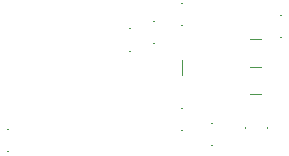
<source format=gbr>
G04 EAGLE Gerber X2 export*
%TF.Part,Single*%
%TF.FileFunction,Paste,Bot*%
%TF.FilePolarity,Positive*%
%TF.GenerationSoftware,Autodesk,EAGLE,9.6.2*%
%TF.CreationDate,2022-05-14T18:51:59Z*%
G75*
%MOMM*%
%FSLAX46Y46*%
%LPD*%
%INSolderpaste Bottom*%
%AMOC8*
5,1,8,0,0,1.08239X$1,22.5*%
G01*
%ADD10R,0.200000X0.000000*%
%ADD11R,0.000000X0.200000*%
%ADD12R,1.016000X0.000000*%
%ADD13R,0.000000X1.400000*%


D10*
X22860000Y14925000D03*
X22860000Y16825000D03*
X31242000Y13909000D03*
X31242000Y15809000D03*
X18415000Y14666000D03*
X18415000Y12766000D03*
X20447000Y13401000D03*
X20447000Y15301000D03*
X8128000Y4257000D03*
X8128000Y6157000D03*
X25400000Y6665000D03*
X25400000Y4765000D03*
X22860000Y7935000D03*
X22860000Y6035000D03*
D11*
X28260000Y6350000D03*
X30160000Y6350000D03*
D12*
X29133800Y13741400D03*
X29133800Y11430000D03*
X29133800Y9118600D03*
D13*
X22936000Y11430000D03*
M02*

</source>
